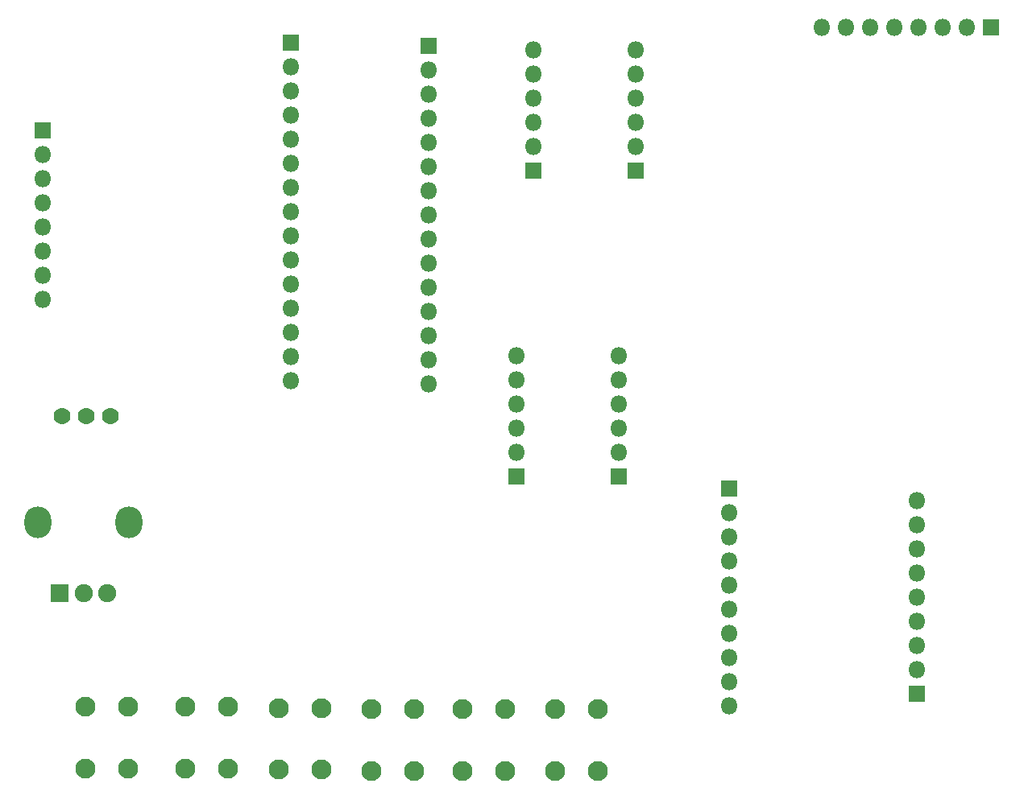
<source format=gbr>
%TF.GenerationSoftware,KiCad,Pcbnew,5.1.6-c6e7f7d~87~ubuntu20.04.1*%
%TF.CreationDate,2020-11-03T02:20:16-05:00*%
%TF.ProjectId,radio,72616469-6f2e-46b6-9963-61645f706362,rev?*%
%TF.SameCoordinates,Original*%
%TF.FileFunction,Soldermask,Bot*%
%TF.FilePolarity,Negative*%
%FSLAX46Y46*%
G04 Gerber Fmt 4.6, Leading zero omitted, Abs format (unit mm)*
G04 Created by KiCad (PCBNEW 5.1.6-c6e7f7d~87~ubuntu20.04.1) date 2020-11-03 02:20:16*
%MOMM*%
%LPD*%
G01*
G04 APERTURE LIST*
%ADD10O,1.800000X1.800000*%
%ADD11R,1.800000X1.800000*%
%ADD12C,1.776400*%
%ADD13C,2.100000*%
%ADD14O,2.820000X3.340000*%
%ADD15C,1.900000*%
%ADD16R,1.900000X1.900000*%
G04 APERTURE END LIST*
D10*
%TO.C,U8*%
X136510000Y-53624000D03*
X139050000Y-53624000D03*
X141590000Y-53624000D03*
X144130000Y-53624000D03*
X146670000Y-53624000D03*
X149210000Y-53624000D03*
X151750000Y-53624000D03*
D11*
X154290000Y-53624000D03*
%TD*%
D10*
%TO.C,U7*%
X126749000Y-124998000D03*
X126749000Y-122458000D03*
X126749000Y-119918000D03*
X126749000Y-117378000D03*
X126749000Y-114838000D03*
X126749000Y-112298000D03*
X126749000Y-109758000D03*
X126749000Y-107218000D03*
X126749000Y-104678000D03*
D11*
X126749000Y-102138000D03*
%TD*%
D10*
%TO.C,U6*%
X146445000Y-103361000D03*
X146445000Y-105901000D03*
X146445000Y-108441000D03*
X146445000Y-110981000D03*
X146445000Y-113521000D03*
X146445000Y-116061000D03*
X146445000Y-118601000D03*
X146445000Y-121141000D03*
D11*
X146445000Y-123681000D03*
%TD*%
D10*
%TO.C,U5*%
X106137000Y-56008000D03*
X106137000Y-63628000D03*
X106137000Y-66168000D03*
X106137000Y-58548000D03*
D11*
X106137000Y-68708000D03*
D10*
X106137000Y-61088000D03*
X116937000Y-56008000D03*
X116937000Y-58548000D03*
X116937000Y-61088000D03*
X116937000Y-63628000D03*
X116937000Y-66168000D03*
D11*
X116937000Y-68708000D03*
%TD*%
D10*
%TO.C,U4*%
X104359000Y-88139000D03*
X104359000Y-95759000D03*
X104359000Y-98299000D03*
X104359000Y-90679000D03*
D11*
X104359000Y-100839000D03*
D10*
X104359000Y-93219000D03*
X115159000Y-88139000D03*
X115159000Y-90679000D03*
X115159000Y-93219000D03*
X115159000Y-95759000D03*
X115159000Y-98299000D03*
D11*
X115159000Y-100839000D03*
%TD*%
D10*
%TO.C,U2*%
X54640000Y-82183000D03*
X54640000Y-79643000D03*
X54640000Y-77103000D03*
X54640000Y-74563000D03*
X54640000Y-72023000D03*
X54640000Y-69483000D03*
X54640000Y-66943000D03*
D11*
X54640000Y-64403000D03*
%TD*%
D10*
%TO.C,U1*%
X95146000Y-68247000D03*
X95146000Y-73327000D03*
X95146000Y-70787000D03*
X95146000Y-65707000D03*
X95146000Y-63167000D03*
D11*
X95146000Y-55547000D03*
D10*
X95146000Y-58087000D03*
X95146000Y-60627000D03*
X95146000Y-75867000D03*
X95146000Y-78407000D03*
X95146000Y-80947000D03*
X95146000Y-83487000D03*
X95146000Y-86027000D03*
X95146000Y-88567000D03*
X95146000Y-91107000D03*
X80672000Y-90747000D03*
X80672000Y-88207000D03*
X80672000Y-85667000D03*
X80672000Y-83127000D03*
X80672000Y-80587000D03*
X80672000Y-78047000D03*
X80672000Y-75507000D03*
X80672000Y-72967000D03*
X80672000Y-70427000D03*
X80672000Y-67887000D03*
X80672000Y-65347000D03*
X80672000Y-62807000D03*
X80672000Y-60267000D03*
X80672000Y-57727000D03*
D11*
X80672000Y-55187000D03*
%TD*%
D12*
%TO.C,SW7*%
X61722000Y-94488000D03*
X56642000Y-94488000D03*
X59182000Y-94488000D03*
%TD*%
D13*
%TO.C,SW6*%
X108458000Y-125326000D03*
X112958000Y-125326000D03*
X108458000Y-131826000D03*
X112958000Y-131826000D03*
%TD*%
%TO.C,SW5*%
X98679000Y-125326000D03*
X103179000Y-125326000D03*
X98679000Y-131826000D03*
X103179000Y-131826000D03*
%TD*%
%TO.C,SW4*%
X89154000Y-125326000D03*
X93654000Y-125326000D03*
X89154000Y-131826000D03*
X93654000Y-131826000D03*
%TD*%
%TO.C,SW3*%
X79375000Y-125199000D03*
X83875000Y-125199000D03*
X79375000Y-131699000D03*
X83875000Y-131699000D03*
%TD*%
%TO.C,SW2*%
X69596000Y-125072000D03*
X74096000Y-125072000D03*
X69596000Y-131572000D03*
X74096000Y-131572000D03*
%TD*%
%TO.C,SW1*%
X59055000Y-125072000D03*
X63555000Y-125072000D03*
X59055000Y-131572000D03*
X63555000Y-131572000D03*
%TD*%
D14*
%TO.C,RV1*%
X54088000Y-105657000D03*
X63688000Y-105657000D03*
D15*
X61388000Y-113157000D03*
X58888000Y-113157000D03*
D16*
X56388000Y-113157000D03*
%TD*%
M02*

</source>
